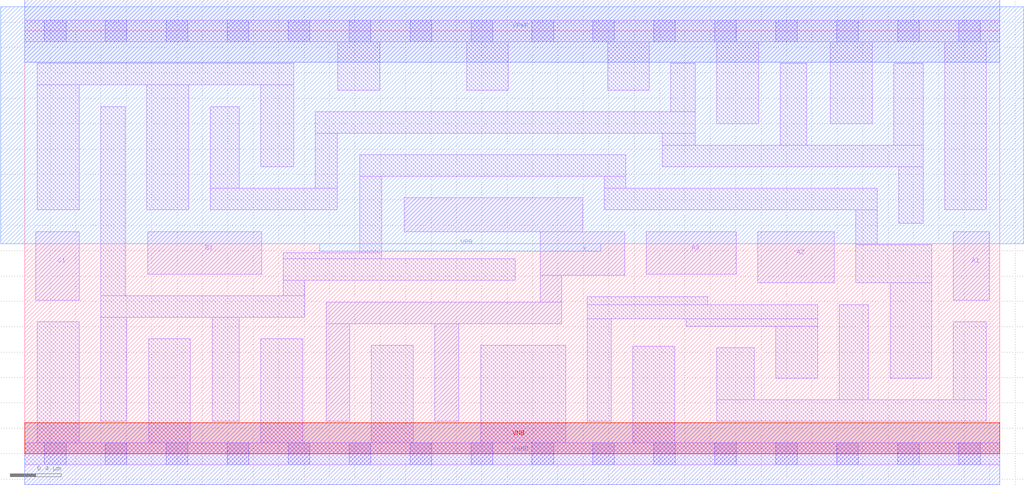
<source format=lef>
# Copyright 2020 The SkyWater PDK Authors
#
# Licensed under the Apache License, Version 2.0 (the "License");
# you may not use this file except in compliance with the License.
# You may obtain a copy of the License at
#
#     https://www.apache.org/licenses/LICENSE-2.0
#
# Unless required by applicable law or agreed to in writing, software
# distributed under the License is distributed on an "AS IS" BASIS,
# WITHOUT WARRANTIES OR CONDITIONS OF ANY KIND, either express or implied.
# See the License for the specific language governing permissions and
# limitations under the License.
#
# SPDX-License-Identifier: Apache-2.0

VERSION 5.7 ;
  NOWIREEXTENSIONATPIN ON ;
  DIVIDERCHAR "/" ;
  BUSBITCHARS "[]" ;
MACRO sky130_fd_sc_lp__a311o_4
  CLASS CORE ;
  FOREIGN sky130_fd_sc_lp__a311o_4 ;
  ORIGIN  0.000000  0.000000 ;
  SIZE  7.680000 BY  3.330000 ;
  SYMMETRY X Y R90 ;
  SITE unit ;
  PIN A1
    ANTENNAGATEAREA  0.630000 ;
    DIRECTION INPUT ;
    USE SIGNAL ;
    PORT
      LAYER li1 ;
        RECT 7.315000 1.210000 7.595000 1.750000 ;
    END
  END A1
  PIN A2
    ANTENNAGATEAREA  0.630000 ;
    DIRECTION INPUT ;
    USE SIGNAL ;
    PORT
      LAYER li1 ;
        RECT 5.775000 1.345000 6.375000 1.750000 ;
    END
  END A2
  PIN A3
    ANTENNAGATEAREA  0.630000 ;
    DIRECTION INPUT ;
    USE SIGNAL ;
    PORT
      LAYER li1 ;
        RECT 4.895000 1.415000 5.605000 1.750000 ;
    END
  END A3
  PIN B1
    ANTENNAGATEAREA  0.630000 ;
    DIRECTION INPUT ;
    USE SIGNAL ;
    PORT
      LAYER li1 ;
        RECT 0.970000 1.415000 1.865000 1.750000 ;
    END
  END B1
  PIN C1
    ANTENNAGATEAREA  0.630000 ;
    DIRECTION INPUT ;
    USE SIGNAL ;
    PORT
      LAYER li1 ;
        RECT 0.085000 1.210000 0.430000 1.750000 ;
    END
  END C1
  PIN X
    ANTENNADIFFAREA  1.430400 ;
    DIRECTION OUTPUT ;
    USE SIGNAL ;
    PORT
      LAYER li1 ;
        RECT 2.375000 0.255000 2.560000 1.025000 ;
        RECT 2.375000 1.025000 4.230000 1.195000 ;
        RECT 2.990000 1.750000 4.395000 2.015000 ;
        RECT 3.230000 0.255000 3.420000 1.025000 ;
        RECT 4.060000 1.195000 4.230000 1.405000 ;
        RECT 4.060000 1.405000 4.725000 1.750000 ;
    END
  END X
  PIN VGND
    DIRECTION INOUT ;
    USE GROUND ;
    PORT
      LAYER met1 ;
        RECT 0.000000 -0.245000 7.680000 0.245000 ;
    END
  END VGND
  PIN VNB
    DIRECTION INOUT ;
    USE GROUND ;
    PORT
      LAYER pwell ;
        RECT 0.000000 0.000000 7.680000 0.245000 ;
    END
  END VNB
  PIN VPB
    DIRECTION INOUT ;
    USE POWER ;
    PORT
      LAYER nwell ;
        RECT -0.190000 1.655000 7.870000 3.520000 ;
        RECT  2.325000 1.595000 4.535000 1.655000 ;
    END
  END VPB
  PIN VPWR
    DIRECTION INOUT ;
    USE POWER ;
    PORT
      LAYER met1 ;
        RECT 0.000000 3.085000 7.680000 3.575000 ;
    END
  END VPWR
  OBS
    LAYER li1 ;
      RECT 0.000000 -0.085000 7.680000 0.085000 ;
      RECT 0.000000  3.245000 7.680000 3.415000 ;
      RECT 0.100000  0.085000 0.430000 1.040000 ;
      RECT 0.100000  1.920000 0.430000 2.905000 ;
      RECT 0.100000  2.905000 2.120000 3.075000 ;
      RECT 0.600000  0.255000 0.805000 1.075000 ;
      RECT 0.600000  1.075000 2.205000 1.245000 ;
      RECT 0.600000  1.245000 0.790000 2.735000 ;
      RECT 0.960000  1.920000 1.290000 2.905000 ;
      RECT 0.975000  0.085000 1.305000 0.905000 ;
      RECT 1.460000  1.920000 2.460000 2.090000 ;
      RECT 1.460000  2.090000 1.690000 2.735000 ;
      RECT 1.475000  0.255000 1.690000 1.075000 ;
      RECT 1.860000  0.085000 2.190000 0.905000 ;
      RECT 1.860000  2.260000 2.120000 2.905000 ;
      RECT 2.035000  1.245000 2.205000 1.365000 ;
      RECT 2.035000  1.365000 3.865000 1.535000 ;
      RECT 2.035000  1.535000 2.810000 1.585000 ;
      RECT 2.290000  2.090000 2.460000 2.525000 ;
      RECT 2.290000  2.525000 5.280000 2.695000 ;
      RECT 2.465000  2.865000 2.795000 3.245000 ;
      RECT 2.640000  1.585000 2.810000 2.185000 ;
      RECT 2.640000  2.185000 4.735000 2.355000 ;
      RECT 2.730000  0.085000 3.060000 0.855000 ;
      RECT 3.480000  2.865000 3.810000 3.245000 ;
      RECT 3.590000  0.085000 4.260000 0.855000 ;
      RECT 4.430000  0.255000 4.620000 1.065000 ;
      RECT 4.430000  1.065000 6.245000 1.175000 ;
      RECT 4.430000  1.175000 5.380000 1.235000 ;
      RECT 4.565000  1.920000 6.715000 2.090000 ;
      RECT 4.565000  2.090000 4.735000 2.185000 ;
      RECT 4.590000  2.865000 4.920000 3.245000 ;
      RECT 4.790000  0.085000 5.120000 0.845000 ;
      RECT 5.020000  2.260000 7.075000 2.430000 ;
      RECT 5.020000  2.430000 5.280000 2.525000 ;
      RECT 5.090000  2.695000 5.280000 3.075000 ;
      RECT 5.210000  1.005000 6.245000 1.065000 ;
      RECT 5.450000  0.255000 7.575000 0.425000 ;
      RECT 5.450000  0.425000 5.745000 0.835000 ;
      RECT 5.450000  2.600000 5.780000 3.245000 ;
      RECT 5.915000  0.595000 6.245000 1.005000 ;
      RECT 5.950000  2.430000 6.160000 3.075000 ;
      RECT 6.345000  2.600000 6.675000 3.245000 ;
      RECT 6.415000  0.425000 6.645000 1.175000 ;
      RECT 6.545000  1.345000 7.145000 1.645000 ;
      RECT 6.545000  1.645000 6.715000 1.920000 ;
      RECT 6.815000  0.595000 7.145000 1.345000 ;
      RECT 6.845000  2.430000 7.075000 3.075000 ;
      RECT 6.885000  1.815000 7.075000 2.260000 ;
      RECT 7.245000  1.920000 7.575000 3.245000 ;
      RECT 7.315000  0.425000 7.575000 1.040000 ;
    LAYER mcon ;
      RECT 0.155000 -0.085000 0.325000 0.085000 ;
      RECT 0.155000  3.245000 0.325000 3.415000 ;
      RECT 0.635000 -0.085000 0.805000 0.085000 ;
      RECT 0.635000  3.245000 0.805000 3.415000 ;
      RECT 1.115000 -0.085000 1.285000 0.085000 ;
      RECT 1.115000  3.245000 1.285000 3.415000 ;
      RECT 1.595000 -0.085000 1.765000 0.085000 ;
      RECT 1.595000  3.245000 1.765000 3.415000 ;
      RECT 2.075000 -0.085000 2.245000 0.085000 ;
      RECT 2.075000  3.245000 2.245000 3.415000 ;
      RECT 2.555000 -0.085000 2.725000 0.085000 ;
      RECT 2.555000  3.245000 2.725000 3.415000 ;
      RECT 3.035000 -0.085000 3.205000 0.085000 ;
      RECT 3.035000  3.245000 3.205000 3.415000 ;
      RECT 3.515000 -0.085000 3.685000 0.085000 ;
      RECT 3.515000  3.245000 3.685000 3.415000 ;
      RECT 3.995000 -0.085000 4.165000 0.085000 ;
      RECT 3.995000  3.245000 4.165000 3.415000 ;
      RECT 4.475000 -0.085000 4.645000 0.085000 ;
      RECT 4.475000  3.245000 4.645000 3.415000 ;
      RECT 4.955000 -0.085000 5.125000 0.085000 ;
      RECT 4.955000  3.245000 5.125000 3.415000 ;
      RECT 5.435000 -0.085000 5.605000 0.085000 ;
      RECT 5.435000  3.245000 5.605000 3.415000 ;
      RECT 5.915000 -0.085000 6.085000 0.085000 ;
      RECT 5.915000  3.245000 6.085000 3.415000 ;
      RECT 6.395000 -0.085000 6.565000 0.085000 ;
      RECT 6.395000  3.245000 6.565000 3.415000 ;
      RECT 6.875000 -0.085000 7.045000 0.085000 ;
      RECT 6.875000  3.245000 7.045000 3.415000 ;
      RECT 7.355000 -0.085000 7.525000 0.085000 ;
      RECT 7.355000  3.245000 7.525000 3.415000 ;
  END
END sky130_fd_sc_lp__a311o_4
END LIBRARY

</source>
